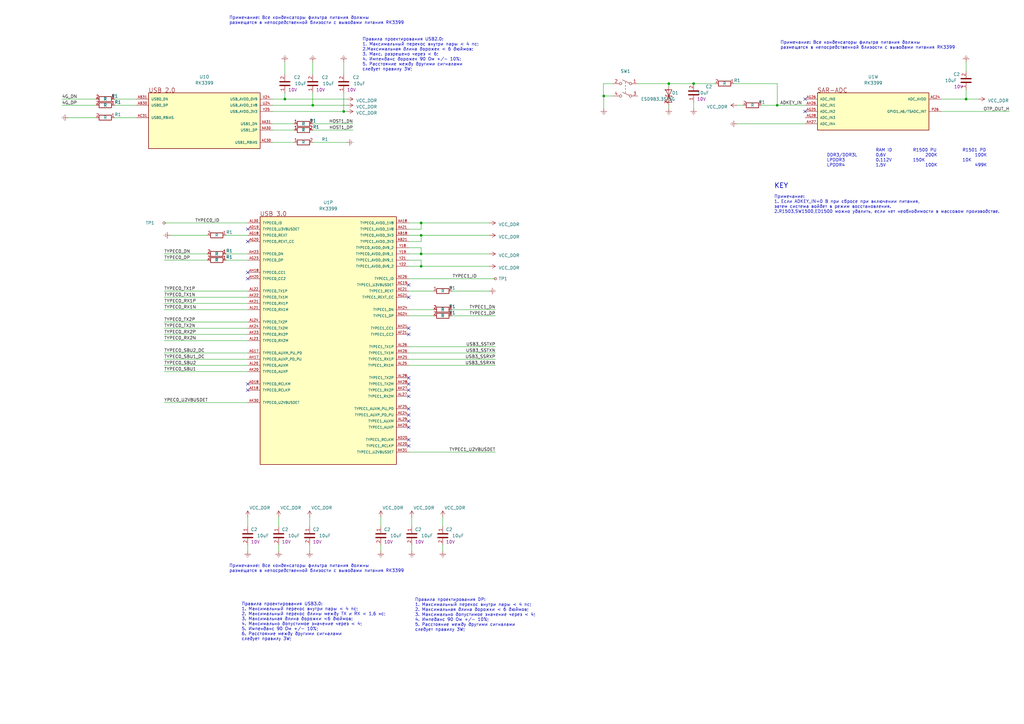
<source format=kicad_sch>
(kicad_sch (version 20220904) (generator eeschema)
  (paper "A3")
  (junction (at 172.72 109.22))
  (junction (at 318.77 43.18))
  (junction (at 247.65 39.37))
  (junction (at 116.84 40.64))
  (junction (at 172.72 104.14))
  (junction (at 284.48 34.29))
  (junction (at 128.27 43.18))
  (junction (at 172.72 91.44))
  (junction (at 172.72 96.52))
  (junction (at 396.24 40.64))
  (junction (at 274.32 34.29))
  (junction (at 140.97 45.72))
  (no_connect (at 330.2 40.64))
  (no_connect (at 330.2 45.72))
  (no_connect (at 167.64 154.94))
  (no_connect (at 167.64 157.48))
  (no_connect (at 167.64 172.72))
  (no_connect (at 167.64 170.18))
  (no_connect (at 167.64 162.56))
  (no_connect (at 167.64 167.64))
  (no_connect (at 167.64 175.26))
  (no_connect (at 167.64 160.02))
  (no_connect (at 167.64 134.62))
  (no_connect (at 167.64 137.16))
  (no_connect (at 167.64 121.92))
  (no_connect (at 167.64 116.84))
  (no_connect (at 167.64 182.88))
  (no_connect (at 167.64 180.34))
  (no_connect (at 101.6 114.3))
  (no_connect (at 101.6 111.76))
  (no_connect (at 101.6 99.06))
  (no_connect (at 101.6 157.48))
  (no_connect (at 101.6 160.02))
  (no_connect (at 101.6 93.98))
  (wire (pts (xy 67.31 121.92) (xy 101.6 121.92)))
  (wire (pts (xy 140.97 25.4) (xy 140.97 30.48)))
  (wire (pts (xy 274.32 34.29) (xy 284.48 34.29)))
  (wire (pts (xy 67.31 152.4) (xy 101.6 152.4)))
  (wire (pts (xy 120.65 50.8) (xy 111.76 50.8)))
  (wire (pts (xy 127 226.06) (xy 127 223.52)))
  (wire (pts (xy 156.21 226.06) (xy 156.21 223.52)))
  (wire (pts (xy 25.4 43.18) (xy 39.37 43.18)))
  (wire (pts (xy 111.76 58.42) (xy 120.65 58.42)))
  (wire (pts (xy 203.2 142.24) (xy 167.64 142.24)))
  (wire (pts (xy 92.71 104.14) (xy 101.6 104.14)))
  (wire (pts (xy 318.77 34.29) (xy 300.99 34.29)))
  (wire (pts (xy 67.31 106.68) (xy 85.09 106.68)))
  (wire (pts (xy 168.91 226.06) (xy 168.91 223.52)))
  (wire (pts (xy 396.24 25.4) (xy 396.24 29.21)))
  (wire (pts (xy 167.64 93.98) (xy 172.72 93.98)))
  (wire (pts (xy 203.2 127) (xy 185.42 127)))
  (wire (pts (xy 302.26 43.18) (xy 304.8 43.18)))
  (wire (pts (xy 251.46 34.29) (xy 247.4901 34.29)))
  (wire (pts (xy 396.24 36.83) (xy 396.24 40.64)))
  (wire (pts (xy 101.6 226.06) (xy 101.6 223.52)))
  (wire (pts (xy 200.66 104.14) (xy 172.72 104.14)))
  (wire (pts (xy 116.84 40.64) (xy 111.76 40.64)))
  (wire (pts (xy 116.84 25.4) (xy 116.84 30.48)))
  (wire (pts (xy 312.42 43.18) (xy 318.77 43.18)))
  (wire (pts (xy 140.97 45.72) (xy 111.76 45.72)))
  (wire (pts (xy 128.27 43.18) (xy 111.76 43.18)))
  (wire (pts (xy 203.2 185.42) (xy 167.64 185.42)))
  (wire (pts (xy 396.24 40.64) (xy 401.32 40.64)))
  (wire (pts (xy 172.72 109.22) (xy 167.64 109.22)))
  (wire (pts (xy 318.77 43.18) (xy 330.2 43.18)))
  (wire (pts (xy 67.31 127) (xy 101.6 127)))
  (wire (pts (xy 172.72 104.14) (xy 167.64 104.14)))
  (wire (pts (xy 67.31 149.86) (xy 101.6 149.86)))
  (wire (pts (xy 181.61 212.09) (xy 181.61 215.9)))
  (wire (pts (xy 318.77 34.29) (xy 318.77 43.18)))
  (wire (pts (xy 69.85 96.52) (xy 85.09 96.52)))
  (wire (pts (xy 46.99 43.18) (xy 55.88 43.18)))
  (wire (pts (xy 140.97 38.1) (xy 140.97 45.72)))
  (wire (pts (xy 67.31 137.16) (xy 101.6 137.16)))
  (wire (pts (xy 92.71 96.52) (xy 101.6 96.52)))
  (wire (pts (xy 247.4901 34.29) (xy 247.4901 39.37)))
  (wire (pts (xy 92.71 106.68) (xy 101.6 106.68)))
  (wire (pts (xy 200.66 119.38) (xy 185.42 119.38)))
  (wire (pts (xy 203.2 149.86) (xy 167.64 149.86)))
  (wire (pts (xy 144.78 50.8) (xy 128.27 50.8)))
  (wire (pts (xy 177.8 129.54) (xy 167.64 129.54)))
  (wire (pts (xy 167.64 99.06) (xy 172.72 99.06)))
  (wire (pts (xy 46.99 48.26) (xy 55.88 48.26)))
  (wire (pts (xy 27.94 48.26) (xy 39.37 48.26)))
  (wire (pts (xy 203.2 144.78) (xy 167.64 144.78)))
  (wire (pts (xy 247.65 44.45) (xy 247.65 39.37)))
  (wire (pts (xy 200.66 91.44) (xy 172.72 91.44)))
  (wire (pts (xy 172.72 106.68) (xy 172.72 109.22)))
  (wire (pts (xy 116.84 40.64) (xy 142.24 40.64)))
  (wire (pts (xy 67.31 139.7) (xy 101.6 139.7)))
  (wire (pts (xy 67.31 147.32) (xy 101.6 147.32)))
  (wire (pts (xy 142.24 43.18) (xy 128.27 43.18)))
  (wire (pts (xy 274.32 35.56) (xy 274.32 34.29)))
  (wire (pts (xy 67.31 144.78) (xy 101.6 144.78)))
  (wire (pts (xy 156.21 212.09) (xy 156.21 215.9)))
  (wire (pts (xy 46.99 40.64) (xy 55.88 40.64)))
  (wire (pts (xy 167.64 106.68) (xy 172.72 106.68)))
  (wire (pts (xy 414.02 45.72) (xy 386.08 45.72)))
  (wire (pts (xy 177.8 119.38) (xy 167.64 119.38)))
  (wire (pts (xy 167.64 101.6) (xy 172.72 101.6)))
  (wire (pts (xy 284.48 44.45) (xy 284.48 41.91)))
  (wire (pts (xy 302.26 50.8) (xy 330.2 50.8)))
  (wire (pts (xy 203.2 114.3) (xy 167.64 114.3)))
  (wire (pts (xy 67.31 132.08) (xy 101.6 132.08)))
  (wire (pts (xy 120.65 53.34) (xy 111.76 53.34)))
  (wire (pts (xy 200.66 96.52) (xy 172.72 96.52)))
  (wire (pts (xy 67.31 119.38) (xy 101.6 119.38)))
  (wire (pts (xy 386.08 40.64) (xy 396.24 40.64)))
  (wire (pts (xy 247.65 39.37) (xy 251.46 39.37)))
  (wire (pts (xy 101.6 212.09) (xy 101.6 215.9)))
  (wire (pts (xy 274.32 44.45) (xy 274.32 43.18)))
  (wire (pts (xy 172.72 93.98) (xy 172.72 91.44)))
  (wire (pts (xy 67.31 91.44) (xy 101.6 91.44)))
  (wire (pts (xy 144.78 53.34) (xy 128.27 53.34)))
  (wire (pts (xy 127 212.09) (xy 127 215.9)))
  (wire (pts (xy 203.2 147.32) (xy 167.64 147.32)))
  (wire (pts (xy 203.2 129.54) (xy 185.42 129.54)))
  (wire (pts (xy 142.24 45.72) (xy 140.97 45.72)))
  (wire (pts (xy 128.27 25.4) (xy 128.27 30.48)))
  (wire (pts (xy 177.8 127) (xy 167.64 127)))
  (wire (pts (xy 172.72 99.06) (xy 172.72 96.52)))
  (wire (pts (xy 172.72 96.52) (xy 167.64 96.52)))
  (wire (pts (xy 261.62 34.29) (xy 274.32 34.29)))
  (wire (pts (xy 67.31 104.14) (xy 85.09 104.14)))
  (wire (pts (xy 67.31 165.1) (xy 101.6 165.1)))
  (wire (pts (xy 142.24 58.42) (xy 128.27 58.42)))
  (wire (pts (xy 168.91 212.09) (xy 168.91 215.9)))
  (wire (pts (xy 67.31 124.46) (xy 101.6 124.46)))
  (wire (pts (xy 247.4901 39.37) (xy 247.65 39.37)))
  (wire (pts (xy 25.4 40.64) (xy 39.37 40.64)))
  (wire (pts (xy 128.27 38.1) (xy 128.27 43.18)))
  (wire (pts (xy 114.3 212.09) (xy 114.3 215.9)))
  (wire (pts (xy 116.84 38.1) (xy 116.84 40.64)))
  (wire (pts (xy 114.3 226.06) (xy 114.3 223.52)))
  (wire (pts (xy 172.72 91.44) (xy 167.64 91.44)))
  (wire (pts (xy 200.66 109.22) (xy 172.72 109.22)))
  (wire (pts (xy 284.48 34.29) (xy 293.37 34.29)))
  (wire (pts (xy 67.31 134.62) (xy 101.6 134.62)))
  (wire (pts (xy 172.72 101.6) (xy 172.72 104.14)))
  (wire (pts (xy 181.61 226.06) (xy 181.61 223.52)))
  (text "Примечание: Все конденсаторы фильтра питания должны \nразмещатся в непосредственной близости с выводами питания RK3399" (at 93.98 234.95 0) (effects (font (size 1.27 1.27)) (justify left bottom)))
  (text "Правила проектирования USB2.0:\n1. Максимальный перекос внутри пары < 4 пс;\n2.Максимальная длина дорожек < 6 дюймов;\n3. Макс. разрешено через < 6; \n4. Импенданс дорожек 90 Ом +/- 10%;\n5. Расстояние между другими сигналами\nследует правилу 3W;\n" (at 148.59 29.21 0) (effects (font (size 1.27 1.27)) (justify left bottom)))
  (text "Примечание:\n1. Если ADKEY_IN=0 В при сбросе при включении питания,\nзатем система войдет в режим восстановления.\n2.R1503,SW1500,ED1500 можно удалить, если нет необходимости в массовом производстве." (at 317.5 87.63 0) (effects (font (size 1.27 1.27)) (justify left bottom)))
  (text "				RAM ID		R1500 PU		R1501 PD\nDDR3/DDR3L		0.6V			200K			100K\nLPDDR3			0.112V		150K			10K\nLPDDR4			1.5V			100K			499K" (at 339.09 68.58 0) (effects (font (size 1.27 1.27)) (justify left bottom)))
  (text "Примечание: Все конденсаторы фильтра питания должны \nразмещатся в непосредственной близости с выводами питания RK3399" (at 320.04 20.32 0) (effects (font (size 1.27 1.27)) (justify left bottom)))
  (text "Правила проектирования USB3.0:\n1. Максимальный перекос внутри пары < 4 пс;\n2. Максимальный перекос длины между TX и RX < 1,6 нс;\n3. Максимальная длина дорожки <6 дюймов;\n4. Максимально допустимое значение через < 4;\n5. Импенданс 90 Ом +/- 10%;\n6. Расстояние между другими сигналами\nследует правилу 3W;" (at 99.06 262.89 0) (effects (font (size 1.27 1.27)) (justify left bottom)))
  (text "Правила проектирования DP:\n1. Максимальный перекос внутри пары < 4 пс;\n2. Максимальная длина дорожки < 6 дюймов;\n3. Максимально допустимое значение через < 4;\n4. Импеданс 90 Ом +/- 10%;\n5. Расстояние между другими сигналами\nследует правилу 3W;" (at 170.18 259.08 0) (effects (font (size 1.27 1.27)) (justify left bottom)))
  (text "Примечание: Все конденсаторы фильтра питания должны \nразмещатся в непосредственной близости с выводами питания RK3399" (at 93.98 10.16 0) (effects (font (size 1.27 1.27)) (justify left bottom)))
  (text "KEY" (at 317.5 77.47 0) (effects (font (size 2 2) (thickness 0.254) bold) (justify left bottom)))
  (label "TYPEC1_DP" (at 203.2 129.54 180))
  (label "TYPEC0_TX2P" (at 67.31 132.08 0))
  (label "TYPEC1_U2VBUSDET" (at 203.2 185.42 180))
  (label "TYPEC0_TX2N" (at 67.31 134.62 0))
  (label "HOST1_DP" (at 144.78 53.34 180))
  (label "TYPEC1_ID" (at 195.58 114.3 180))
  (label "TYPEC0_SBU1_DC" (at 67.31 147.32 0))
  (label "ADKEY_IN" (at 328.93 43.18 180))
  (label "TYPEC0_TX1P" (at 67.31 119.38 0))
  (label "TYPEC0_RX1N" (at 67.31 127 0))
  (label "TYPEC0_ID" (at 80.01 91.44 0))
  (label "USB3_SSTXP" (at 203.2 142.24 180))
  (label "TYPEC0_RX1P" (at 67.31 124.46 0))
  (label "TYPEC0_SBU1" (at 67.31 152.4 0))
  (label "TYPEC0_TX1N" (at 67.31 121.92 0))
  (label "OTP_OUT_H" (at 414.02 45.72 180))
  (label "HOST1_DN" (at 144.78 50.8 180))
  (label "TYPEC0_DN" (at 67.31 104.14 0))
  (label "TYPEC0_DP" (at 67.31 106.68 0))
  (label "TYPEC0_SBU2_DC" (at 67.31 144.78 0))
  (label "TYPEC0_SBU2" (at 67.31 149.86 0))
  (label "4G_DN" (at 25.4 40.64 0))
  (label "TYPEC0_RX2N" (at 67.31 139.7 0))
  (label "USB3_SSRXN" (at 203.2 149.86 180))
  (label "USB3_SSRXP" (at 203.2 147.32 180))
  (label "YPEC0_U2VBUSDET" (at 67.31 165.1 0))
  (label "USB3_SSTXN" (at 203.2 144.78 180))
  (label "TYPEC0_RX2P" (at 67.31 137.16 0))
  (label "4G_DP" (at 25.4 43.18 0))
  (label "TYPEC1_DN" (at 203.2 127 180))
  (symbol (lib_id "power:Earth") (at 247.65 44.45 0) (mirror y) (unit 1)
    (default_instance (reference "#PWR?") (unit 1) (value "Earth") (footprint ""))
    (property "Reference" "#PWR?" (effects hide))
    (property "Value" "Earth" (effects hide))
  )
  (symbol (lib_id "power:Earth") (at 101.6 226.06 0) (unit 1)
    (default_instance (reference "#PWR?") (unit 1) (value "Earth") (footprint ""))
    (property "Reference" "#PWR?" (effects hide))
    (property "Value" "Earth" (effects hide))
  )
  (symbol (lib_id "power_RK3399:VCCA_0V9") (at 156.21 212.09 0) (unit 1)
    (default_instance (reference "#PWR?") (unit 1) (value "VCCA_0V9") (footprint ""))
    (property "Reference" "#PWR?" (effects hide))
    (property "Value" "VCCA_0V9" (at 156.845 208.28 0) (effects (justify left)))
  )
  (symbol (lib_name "C_2") (lib_id "Device:C") (at 127 219.71 0) (unit 1)
    (default_instance (reference "C2") (unit 1) (value "10uF") (footprint "Capacitor_SMD:C_0402_1005Metric_Pad0.74x0.62mm_HandSolder"))
    (property "Reference" "C2" (at 128.27 217.17 0) (effects (justify left)))
    (property "Value" "10uF" (at 130.81 219.71 0) (effects (justify left)))
    (property "Footprint" "Capacitor_SMD:C_0402_1005Metric_Pad0.74x0.62mm_HandSolder" (effects hide))
    (property "Vpr" "10V" (at 128.27 222.25 0) (effects (justify left)))
  )
  (symbol (lib_id "power_RK3399:VCC3V3_SYS") (at 181.61 212.09 0) (unit 1)
    (default_instance (reference "#PWR?") (unit 1) (value "VCC3V3_SYS") (footprint ""))
    (property "Reference" "#PWR?" (effects hide))
    (property "Value" "VCC3V3_SYS" (at 182.245 208.28 0) (effects (justify left)))
  )
  (symbol (lib_name "C_2") (lib_id "Device:C") (at 140.97 34.29 180) (unit 1)
    (default_instance (reference "C2") (unit 1) (value "10uF") (footprint "Capacitor_SMD:C_0402_1005Metric_Pad0.74x0.62mm_HandSolder"))
    (property "Reference" "C2" (at 147.32 31.75 0) (effects (justify left)))
    (property "Value" "10uF" (at 149.86 34.29 0) (effects (justify left)))
    (property "Footprint" "Capacitor_SMD:C_0402_1005Metric_Pad0.74x0.62mm_HandSolder" (effects hide))
    (property "Vpr" "10V" (at 146.05 36.83 0) (effects (justify left)))
  )
  (symbol (lib_id "power_RK3399:VCCA_1V8") (at 114.3 212.09 0) (unit 1)
    (default_instance (reference "#PWR?") (unit 1) (value "VCCA_1V8") (footprint ""))
    (property "Reference" "#PWR?" (effects hide))
    (property "Value" "VCCA_1V8" (at 114.935 208.28 0) (effects (justify left)))
  )
  (symbol (lib_id "Switch:SW_DPST") (at 256.54 36.83 0) (mirror y) (unit 1)
    (default_instance (reference "SW1") (unit 1) (value "SW_DPST") (footprint ""))
    (property "Reference" "SW1" (at 256.54 29.21 0))
    (property "Value" "SW_DPST" (effects hide))
  )
  (symbol (lib_name "C_2") (lib_id "Device:C") (at 181.61 219.71 0) (unit 1)
    (default_instance (reference "C2") (unit 1) (value "10uF") (footprint "Capacitor_SMD:C_0402_1005Metric_Pad0.74x0.62mm_HandSolder"))
    (property "Reference" "C2" (at 182.88 217.17 0) (effects (justify left)))
    (property "Value" "10uF" (at 185.42 219.71 0) (effects (justify left)))
    (property "Footprint" "Capacitor_SMD:C_0402_1005Metric_Pad0.74x0.62mm_HandSolder" (effects hide))
    (property "Vpr" "10V" (at 182.88 222.25 0) (effects (justify left)))
  )
  (symbol (lib_name "R_1") (lib_id "Device:R") (at 43.18 43.18 270) (unit 1)
    (default_instance (reference "R1") (unit 1) (value "R") (footprint ""))
    (property "Reference" "R1" (at 46.99 41.91 90) (effects (justify left)))
    (property "Value" "R" (at 43.18 43.18 90))
  )
  (symbol (lib_name "R_1") (lib_id "Device:R") (at 124.46 53.34 90) (mirror x) (unit 1)
    (default_instance (reference "R1") (unit 1) (value "R") (footprint ""))
    (property "Reference" "R1" (at 128.27 52.07 90) (effects (justify right)))
    (property "Value" "R" (at 124.46 53.34 90))
  )
  (symbol (lib_id "power_RK3399:VCCA_0V9") (at 101.6 212.09 0) (unit 1)
    (default_instance (reference "#PWR?") (unit 1) (value "VCCA_0V9") (footprint ""))
    (property "Reference" "#PWR?" (effects hide))
    (property "Value" "VCCA_0V9" (at 102.235 208.28 0) (effects (justify left)))
  )
  (symbol (lib_id "power:Earth") (at 200.66 119.38 90) (mirror x) (unit 1)
    (default_instance (reference "#PWR?") (unit 1) (value "Earth") (footprint ""))
    (property "Reference" "#PWR?" (effects hide))
    (property "Value" "Earth" (effects hide))
  )
  (symbol (lib_id "power_RK3399:VCCA_0V9") (at 142.24 40.64 270) (unit 1)
    (default_instance (reference "#PWR?") (unit 1) (value "VCCA_0V9") (footprint ""))
    (property "Reference" "#PWR?" (effects hide))
    (property "Value" "VCCA_0V9" (at 146.05 41.275 90) (effects (justify left)))
  )
  (symbol (lib_name "R_1") (lib_id "Device:R") (at 181.61 127 270) (unit 1)
    (default_instance (reference "R1") (unit 1) (value "R") (footprint ""))
    (property "Reference" "R1" (at 184.15 125.73 90) (effects (justify left)))
    (property "Value" "R" (at 181.61 127 90))
  )
  (symbol (lib_name "R_1") (lib_id "Device:R") (at 308.61 43.18 270) (unit 1)
    (default_instance (reference "R1") (unit 1) (value "R") (footprint ""))
    (property "Reference" "R1" (at 311.15 41.91 90) (effects (justify left)))
    (property "Value" "R" (at 308.61 43.18 90))
  )
  (symbol (lib_id "power:Earth") (at 168.91 226.06 0) (unit 1)
    (default_instance (reference "#PWR?") (unit 1) (value "Earth") (footprint ""))
    (property "Reference" "#PWR?" (effects hide))
    (property "Value" "Earth" (effects hide))
  )
  (symbol (lib_name "R_1") (lib_id "Device:R") (at 297.18 34.29 270) (unit 1)
    (default_instance (reference "R1") (unit 1) (value "R") (footprint ""))
    (property "Reference" "R1" (at 300.99 33.02 90) (effects (justify left)))
    (property "Value" "R" (at 297.18 34.29 90))
  )
  (symbol (lib_id "power_RK3399:VCCA_1V8") (at 401.32 40.64 270) (unit 1)
    (default_instance (reference "#PWR?") (unit 1) (value "VCCA_1V8") (footprint ""))
    (property "Reference" "#PWR?" (effects hide))
    (property "Value" "VCCA_1V8" (at 405.13 41.275 90) (effects (justify left)))
  )
  (symbol (lib_id "power:Earth") (at 128.27 25.4 180) (unit 1)
    (default_instance (reference "#PWR?") (unit 1) (value "Earth") (footprint ""))
    (property "Reference" "#PWR?" (effects hide))
    (property "Value" "Earth" (effects hide))
  )
  (symbol (lib_name "C_2") (lib_id "Device:C") (at 284.48 38.1 180) (unit 1)
    (default_instance (reference "C2") (unit 1) (value "10uF") (footprint "Capacitor_SMD:C_0402_1005Metric_Pad0.74x0.62mm_HandSolder"))
    (property "Reference" "C2" (at 292.1 35.56 0) (effects (justify left)))
    (property "Value" "10uF" (at 290.83 38.1 0) (effects (justify left)))
    (property "Footprint" "Capacitor_SMD:C_0402_1005Metric_Pad0.74x0.62mm_HandSolder" (effects hide))
    (property "Vpr" "10V" (at 289.56 40.64 0) (effects (justify left)))
  )
  (symbol (lib_id "power:Earth") (at 140.97 25.4 180) (unit 1)
    (default_instance (reference "#PWR?") (unit 1) (value "Earth") (footprint ""))
    (property "Reference" "#PWR?" (effects hide))
    (property "Value" "Earth" (effects hide))
  )
  (symbol (lib_id "power_RK3399:VCCA_1V8") (at 200.66 91.44 270) (unit 1)
    (default_instance (reference "#PWR?") (unit 1) (value "VCCA_1V8") (footprint ""))
    (property "Reference" "#PWR?" (effects hide))
    (property "Value" "VCCA_1V8" (at 204.47 92.075 90) (effects (justify left)))
  )
  (symbol (lib_name "R_1") (lib_id "Device:R") (at 181.61 129.54 270) (unit 1)
    (default_instance (reference "R1") (unit 1) (value "R") (footprint ""))
    (property "Reference" "R1" (at 184.15 128.27 90) (effects (justify left)))
    (property "Value" "R" (at 181.61 129.54 90))
  )
  (symbol (lib_id "RK3399:RK3399") (at 134.62 139.7 0) (unit 16)
    (default_instance (reference "U1") (unit 16) (value "RK3399") (footprint "BGA828C65P31X31_2100X2100X161N"))
    (property "Reference" "U1" (at 134.62 83.058 0))
    (property "Value" "RK3399" (at 134.62 85.598 0))
    (property "Footprint" "BGA828C65P31X31_2100X2100X161N" (effects hide))
    (property "Price" "None" (effects hide))
    (property "MP" "RK3399" (effects hide))
    (property "Description" "RK3399 ROCK Pi 4 Model A 2GB - ARM® Cortex®-A53, Cortex®-A72 MPU Embedded Evaluation Board" (effects hide))
    (property "Availability" "Not in stock" (effects hide))
    (property "Package" "Seeed Technology" (effects hide))
    (property "MF" "Rockchip" (effects hide))
  )
  (symbol (lib_id "power:Earth") (at 142.24 58.42 90) (mirror x) (unit 1)
    (default_instance (reference "#PWR?") (unit 1) (value "Earth") (footprint ""))
    (property "Reference" "#PWR?" (effects hide))
    (property "Value" "Earth" (effects hide))
  )
  (symbol (lib_id "power:Earth") (at 156.21 226.06 0) (unit 1)
    (default_instance (reference "#PWR?") (unit 1) (value "Earth") (footprint ""))
    (property "Reference" "#PWR?" (effects hide))
    (property "Value" "Earth" (effects hide))
  )
  (symbol (lib_name "R_1") (lib_id "Device:R") (at 43.18 40.64 270) (unit 1)
    (default_instance (reference "R1") (unit 1) (value "R") (footprint ""))
    (property "Reference" "R1" (at 45.72 39.37 90) (effects (justify left)))
    (property "Value" "R" (at 43.18 40.64 90))
  )
  (symbol (lib_id "power_RK3399:VCCA_1V8") (at 142.24 43.18 270) (unit 1)
    (default_instance (reference "#PWR?") (unit 1) (value "VCCA_1V8") (footprint ""))
    (property "Reference" "#PWR?" (effects hide))
    (property "Value" "VCCA_1V8" (at 146.05 43.815 90) (effects (justify left)))
  )
  (symbol (lib_name "C_2") (lib_id "Device:C") (at 114.3 219.71 0) (unit 1)
    (default_instance (reference "C2") (unit 1) (value "10uF") (footprint "Capacitor_SMD:C_0402_1005Metric_Pad0.74x0.62mm_HandSolder"))
    (property "Reference" "C2" (at 115.57 217.17 0) (effects (justify left)))
    (property "Value" "10uF" (at 118.11 219.71 0) (effects (justify left)))
    (property "Footprint" "Capacitor_SMD:C_0402_1005Metric_Pad0.74x0.62mm_HandSolder" (effects hide))
    (property "Vpr" "10V" (at 115.57 222.25 0) (effects (justify left)))
  )
  (symbol (lib_id "power_RK3399:VCC3V3_SYS") (at 127 212.09 0) (unit 1)
    (default_instance (reference "#PWR?") (unit 1) (value "VCC3V3_SYS") (footprint ""))
    (property "Reference" "#PWR?" (effects hide))
    (property "Value" "VCC3V3_SYS" (at 127.635 208.28 0) (effects (justify left)))
  )
  (symbol (lib_id "power_RK3399:VCCA_0V9") (at 200.66 104.14 270) (unit 1)
    (default_instance (reference "#PWR?") (unit 1) (value "VCCA_0V9") (footprint ""))
    (property "Reference" "#PWR?" (effects hide))
    (property "Value" "VCCA_0V9" (at 204.47 104.775 90) (effects (justify left)))
  )
  (symbol (lib_name "R_1") (lib_id "Device:R") (at 124.46 58.42 90) (mirror x) (unit 1)
    (default_instance (reference "R1") (unit 1) (value "R") (footprint ""))
    (property "Reference" "R1" (at 134.62 57.15 90) (effects (justify left)))
    (property "Value" "R" (at 124.46 58.42 90))
  )
  (symbol (lib_name "C_2") (lib_id "Device:C") (at 116.84 34.29 180) (unit 1)
    (default_instance (reference "C2") (unit 1) (value "10uF") (footprint "Capacitor_SMD:C_0402_1005Metric_Pad0.74x0.62mm_HandSolder"))
    (property "Reference" "C2" (at 123.19 31.75 0) (effects (justify left)))
    (property "Value" "10uF" (at 125.73 34.29 0) (effects (justify left)))
    (property "Footprint" "Capacitor_SMD:C_0402_1005Metric_Pad0.74x0.62mm_HandSolder" (effects hide))
    (property "Vpr" "10V" (at 121.92 36.83 0) (effects (justify left)))
  )
  (symbol (lib_name "R_1") (lib_id "Device:R") (at 124.46 50.8 90) (mirror x) (unit 1)
    (default_instance (reference "R1") (unit 1) (value "R") (footprint ""))
    (property "Reference" "R1" (at 127 49.53 90) (effects (justify right)))
    (property "Value" "R" (at 124.46 50.8 90))
  )
  (symbol (lib_name "R_1") (lib_id "Device:R") (at 88.9 106.68 270) (unit 1)
    (default_instance (reference "R1") (unit 1) (value "R") (footprint ""))
    (property "Reference" "R1" (at 92.71 105.41 90) (effects (justify left)))
    (property "Value" "R" (at 88.9 106.68 90))
  )
  (symbol (lib_id "power:Earth") (at 116.84 25.4 180) (unit 1)
    (default_instance (reference "#PWR?") (unit 1) (value "Earth") (footprint ""))
    (property "Reference" "#PWR?" (effects hide))
    (property "Value" "Earth" (effects hide))
  )
  (symbol (lib_name "C_2") (lib_id "Device:C") (at 168.91 219.71 0) (unit 1)
    (default_instance (reference "C2") (unit 1) (value "10uF") (footprint "Capacitor_SMD:C_0402_1005Metric_Pad0.74x0.62mm_HandSolder"))
    (property "Reference" "C2" (at 170.18 217.17 0) (effects (justify left)))
    (property "Value" "10uF" (at 172.72 219.71 0) (effects (justify left)))
    (property "Footprint" "Capacitor_SMD:C_0402_1005Metric_Pad0.74x0.62mm_HandSolder" (effects hide))
    (property "Vpr" "10V" (at 170.18 222.25 0) (effects (justify left)))
  )
  (symbol (lib_name "C_2") (lib_id "Device:C") (at 156.21 219.71 0) (unit 1)
    (default_instance (reference "C2") (unit 1) (value "10uF") (footprint "Capacitor_SMD:C_0402_1005Metric_Pad0.74x0.62mm_HandSolder"))
    (property "Reference" "C2" (at 157.48 217.17 0) (effects (justify left)))
    (property "Value" "10uF" (at 160.02 219.71 0) (effects (justify left)))
    (property "Footprint" "Capacitor_SMD:C_0402_1005Metric_Pad0.74x0.62mm_HandSolder" (effects hide))
    (property "Vpr" "10V" (at 157.48 222.25 0) (effects (justify left)))
  )
  (symbol (lib_id "Connector:TestPoint_Small") (at 67.31 91.44 0) (unit 1)
    (default_instance (reference "TP1") (unit 1) (value "TestPoint_Small") (footprint ""))
    (property "Reference" "TP1" (at 59.69 91.44 0) (effects (justify left)))
    (property "Value" "TestPoint_Small" (effects hide))
  )
  (symbol (lib_id "RK3399:RK3399") (at 358.14 45.72 0) (unit 23)
    (default_instance (reference "U1") (unit 23) (value "RK3399") (footprint "BGA828C65P31X31_2100X2100X161N"))
    (property "Reference" "U1" (at 358.14 31.496 0))
    (property "Value" "RK3399" (at 358.14 34.036 0))
    (property "Footprint" "BGA828C65P31X31_2100X2100X161N" (effects hide))
    (property "Price" "None" (effects hide))
    (property "MP" "RK3399" (effects hide))
    (property "Description" "RK3399 ROCK Pi 4 Model A 2GB - ARM® Cortex®-A53, Cortex®-A72 MPU Embedded Evaluation Board" (effects hide))
    (property "Availability" "Not in stock" (effects hide))
    (property "Package" "Seeed Technology" (effects hide))
    (property "MF" "Rockchip" (effects hide))
  )
  (symbol (lib_name "R_1") (lib_id "Device:R") (at 88.9 96.52 270) (unit 1)
    (default_instance (reference "R1") (unit 1) (value "R") (footprint ""))
    (property "Reference" "R1" (at 92.71 95.25 90) (effects (justify left)))
    (property "Value" "R" (at 88.9 96.52 90))
  )
  (symbol (lib_id "RK3399:RK3399") (at 83.82 50.8 0) (unit 15)
    (default_instance (reference "U1") (unit 15) (value "RK3399") (footprint "BGA828C65P31X31_2100X2100X161N"))
    (property "Reference" "U1" (at 83.82 31.496 0))
    (property "Value" "RK3399" (at 83.82 34.036 0))
    (property "Footprint" "BGA828C65P31X31_2100X2100X161N" (effects hide))
    (property "Price" "None" (effects hide))
    (property "MP" "RK3399" (effects hide))
    (property "Description" "RK3399 ROCK Pi 4 Model A 2GB - ARM® Cortex®-A53, Cortex®-A72 MPU Embedded Evaluation Board" (effects hide))
    (property "Availability" "Not in stock" (effects hide))
    (property "Package" "Seeed Technology" (effects hide))
    (property "MF" "Rockchip" (effects hide))
  )
  (symbol (lib_id "power:Earth") (at 27.94 48.26 270) (unit 1)
    (default_instance (reference "#PWR?") (unit 1) (value "Earth") (footprint ""))
    (property "Reference" "#PWR?" (effects hide))
    (property "Value" "Earth" (effects hide))
  )
  (symbol (lib_name "R_1") (lib_id "Device:R") (at 88.9 104.14 270) (unit 1)
    (default_instance (reference "R1") (unit 1) (value "R") (footprint ""))
    (property "Reference" "R1" (at 92.71 102.87 90) (effects (justify left)))
    (property "Value" "R" (at 88.9 104.14 90))
  )
  (symbol (lib_name "R_1") (lib_id "Device:R") (at 181.61 119.38 90) (mirror x) (unit 1)
    (default_instance (reference "R1") (unit 1) (value "R") (footprint ""))
    (property "Reference" "R1" (at 184.15 118.11 90) (effects (justify right)))
    (property "Value" "R" (at 181.61 119.38 90))
  )
  (symbol (lib_id "power_RK3399:VCCA_1V8") (at 302.26 43.18 90) (unit 1)
    (default_instance (reference "#PWR?") (unit 1) (value "VCCA_1V8") (footprint ""))
    (property "Reference" "#PWR?" (effects hide))
    (property "Value" "VCCA_1V8" (at 298.45 43.815 90) (effects (justify left)))
  )
  (symbol (lib_id "power_RK3399:VCCA_0V9") (at 200.66 109.22 270) (unit 1)
    (default_instance (reference "#PWR?") (unit 1) (value "VCCA_0V9") (footprint ""))
    (property "Reference" "#PWR?" (effects hide))
    (property "Value" "VCCA_0V9" (at 204.47 109.855 90) (effects (justify left)))
  )
  (symbol (lib_name "C_2") (lib_id "Device:C") (at 128.27 34.29 180) (unit 1)
    (default_instance (reference "C2") (unit 1) (value "10uF") (footprint "Capacitor_SMD:C_0402_1005Metric_Pad0.74x0.62mm_HandSolder"))
    (property "Reference" "C2" (at 134.62 31.75 0) (effects (justify left)))
    (property "Value" "10uF" (at 137.16 34.29 0) (effects (justify left)))
    (property "Footprint" "Capacitor_SMD:C_0402_1005Metric_Pad0.74x0.62mm_HandSolder" (effects hide))
    (property "Vpr" "10V" (at 133.35 36.83 0) (effects (justify left)))
  )
  (symbol (lib_id "power:Earth") (at 274.32 44.45 0) (mirror y) (unit 1)
    (default_instance (reference "#PWR?") (unit 1) (value "Earth") (footprint ""))
    (property "Reference" "#PWR?" (effects hide))
    (property "Value" "Earth" (effects hide))
  )
  (symbol (lib_name "C_2") (lib_id "Device:C") (at 396.24 33.02 180) (unit 1)
    (default_instance (reference "C2") (unit 1) (value "10uF") (footprint "Capacitor_SMD:C_0402_1005Metric_Pad0.74x0.62mm_HandSolder"))
    (property "Reference" "C2" (at 393.7 30.48 0) (effects (justify left)))
    (property "Value" "10uF" (at 392.43 33.02 0) (effects (justify left)))
    (property "Footprint" "Capacitor_SMD:C_0402_1005Metric_Pad0.74x0.62mm_HandSolder" (effects hide))
    (property "Vpr" "10V" (at 394.97 35.56 0) (effects (justify left)))
  )
  (symbol (lib_id "Diode:ESD9B3.3ST5G") (at 274.32 39.37 270) (unit 1)
    (default_instance (reference "D1") (unit 1) (value "ESD9B3.3ST5G") (footprint "Diode_SMD:D_SOD-923"))
    (property "Reference" "D1" (at 275.59 38.1 90) (effects (justify left)))
    (property "Value" "ESD9B3.3ST5G" (at 262.89 40.64 90) (effects (justify left)))
    (property "Footprint" "Diode_SMD:D_SOD-923" (effects hide))
    (property "Datasheet" "https://www.onsemi.com/pub/Collateral/ESD9B-D.PDF" (effects hide))
  )
  (symbol (lib_name "R_1") (lib_id "Device:R") (at 43.18 48.26 270) (unit 1)
    (default_instance (reference "R1") (unit 1) (value "R") (footprint ""))
    (property "Reference" "R1" (at 46.99 46.99 90) (effects (justify left)))
    (property "Value" "R" (at 43.18 48.26 90))
  )
  (symbol (lib_id "Connector:TestPoint_Small") (at 203.2 114.3 0) (mirror y) (unit 1)
    (default_instance (reference "TP1") (unit 1) (value "TestPoint_Small") (footprint ""))
    (property "Reference" "TP1" (at 204.47 114.3 0) (effects (justify right)))
    (property "Value" "TestPoint_Small" (effects hide))
  )
  (symbol (lib_id "power:Earth") (at 181.61 226.06 0) (unit 1)
    (default_instance (reference "#PWR?") (unit 1) (value "Earth") (footprint ""))
    (property "Reference" "#PWR?" (effects hide))
    (property "Value" "Earth" (effects hide))
  )
  (symbol (lib_id "power_RK3399:VCCA_1V8") (at 168.91 212.09 0) (unit 1)
    (default_instance (reference "#PWR?") (unit 1) (value "VCCA_1V8") (footprint ""))
    (property "Reference" "#PWR?" (effects hide))
    (property "Value" "VCCA_1V8" (at 169.545 208.28 0) (effects (justify left)))
  )
  (symbol (lib_id "power:Earth") (at 302.26 50.8 270) (mirror x) (unit 1)
    (default_instance (reference "#PWR?") (unit 1) (value "Earth") (footprint ""))
    (property "Reference" "#PWR?" (effects hide))
    (property "Value" "Earth" (effects hide))
  )
  (symbol (lib_id "power:Earth") (at 69.85 96.52 270) (unit 1)
    (default_instance (reference "#PWR?") (unit 1) (value "Earth") (footprint ""))
    (property "Reference" "#PWR?" (effects hide))
    (property "Value" "Earth" (effects hide))
  )
  (symbol (lib_id "power:Earth") (at 396.24 25.4 0) (mirror x) (unit 1)
    (default_instance (reference "#PWR?") (unit 1) (value "Earth") (footprint ""))
    (property "Reference" "#PWR?" (effects hide))
    (property "Value" "Earth" (effects hide))
  )
  (symbol (lib_id "power:Earth") (at 284.48 44.45 0) (mirror y) (unit 1)
    (default_instance (reference "#PWR?") (unit 1) (value "Earth") (footprint ""))
    (property "Reference" "#PWR?" (effects hide))
    (property "Value" "Earth" (effects hide))
  )
  (symbol (lib_id "power_RK3399:VCC3V3_SYS") (at 200.66 96.52 270) (unit 1)
    (default_instance (reference "#PWR?") (unit 1) (value "VCC3V3_SYS") (footprint ""))
    (property "Reference" "#PWR?" (effects hide))
    (property "Value" "VCC3V3_SYS" (at 204.47 97.155 90) (effects (justify left)))
  )
  (symbol (lib_id "power:Earth") (at 127 226.06 0) (unit 1)
    (default_instance (reference "#PWR?") (unit 1) (value "Earth") (footprint ""))
    (property "Reference" "#PWR?" (effects hide))
    (property "Value" "Earth" (effects hide))
  )
  (symbol (lib_id "power_RK3399:VCC3V3_SYS") (at 142.24 45.72 270) (unit 1)
    (default_instance (reference "#PWR?") (unit 1) (value "VCC3V3_SYS") (footprint ""))
    (property "Reference" "#PWR?" (effects hide))
    (property "Value" "VCC3V3_SYS" (at 146.05 46.355 90) (effects (justify left)))
  )
  (symbol (lib_id "power:Earth") (at 114.3 226.06 0) (unit 1)
    (default_instance (reference "#PWR?") (unit 1) (value "Earth") (footprint ""))
    (property "Reference" "#PWR?" (effects hide))
    (property "Value" "Earth" (effects hide))
  )
  (symbol (lib_name "C_2") (lib_id "Device:C") (at 101.6 219.71 0) (unit 1)
    (default_instance (reference "C2") (unit 1) (value "10uF") (footprint "Capacitor_SMD:C_0402_1005Metric_Pad0.74x0.62mm_HandSolder"))
    (property "Reference" "C2" (at 102.87 217.17 0) (effects (justify left)))
    (property "Value" "10uF" (at 105.41 219.71 0) (effects (justify left)))
    (property "Footprint" "Capacitor_SMD:C_0402_1005Metric_Pad0.74x0.62mm_HandSolder" (effects hide))
    (property "Vpr" "10V" (at 102.87 222.25 0) (effects (justify left)))
  )
)
</source>
